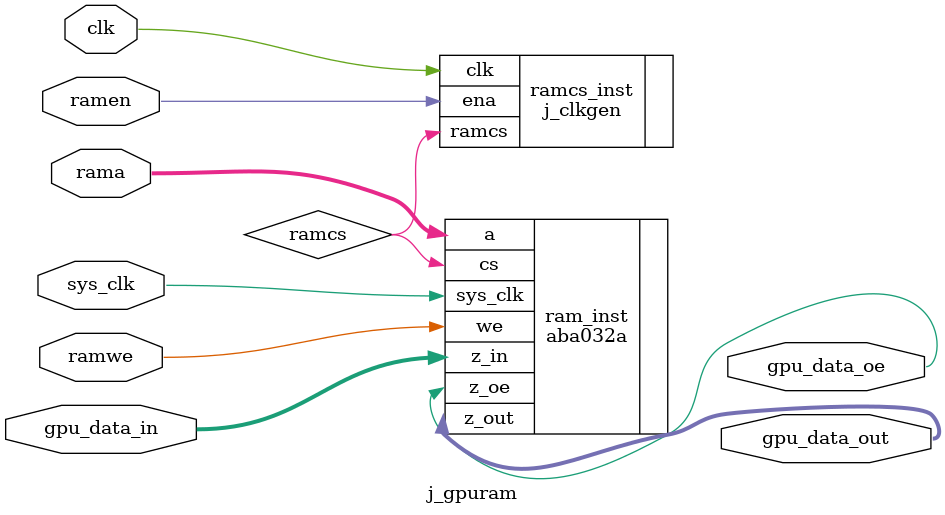
<source format=v>
/* verilator lint_off LITENDIAN */
//`include "defs.v"

module j_gpuram
(
	output [31:0] gpu_data_out,
	output gpu_data_oe,
	input [31:0] gpu_data_in,
	input clk,
	input [9:0] rama,
	input ramen,
	input ramwe,
	input sys_clk // Generated
);
wire ramcs;

// DSP_RAM.NET (112) - ramcs : clkgen
//
// assign ena_n = ~ena;
// assign ramcs = clk | ena_n;
//
j_clkgen ramcs_inst
(
	.ramcs /* OUT */ (ramcs),	// Inverted!
	.clk /* IN */ (clk),
	.ena /* IN */ (ramen)
);

// DSP_RAM.NET (114) - ram : aba032a
aba032a ram_inst
(
	.z_out /* BUS */ (gpu_data_out[31:0]),
	.z_oe /* BUS */ (gpu_data_oe),
	.z_in /* BUS */ (gpu_data_in[31:0]),
	.cs /* IN */ (ramcs),	// Active LOW.
	.we /* IN */ (ramwe),	// Active LOW.
	.a /* IN */ (rama[9:0]),
	.sys_clk(sys_clk) // Generated
);
endmodule
/* verilator lint_on LITENDIAN */

</source>
